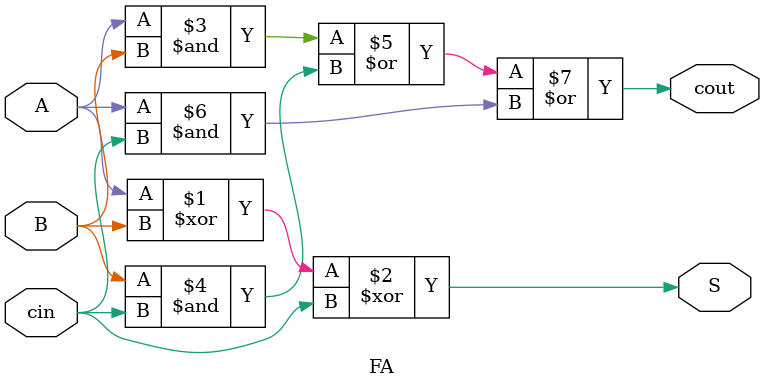
<source format=v>
module FA(A, B, cin, cout, S);
  input A, B, cin;
  output cout, S;

  assign S = A ^ B ^ cin;
  assign cout = (A & B) | (B & cin) | (A & cin);

endmodule

</source>
